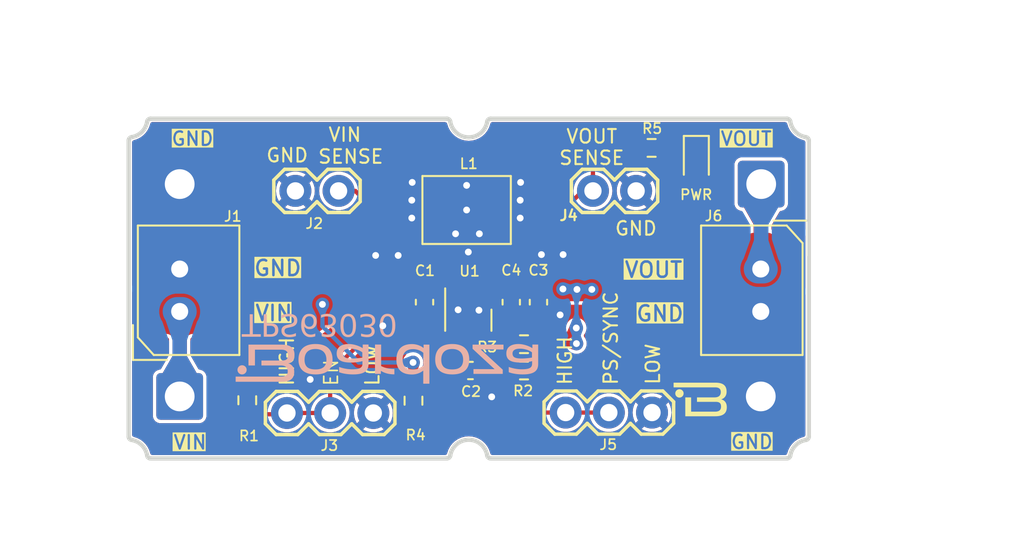
<source format=kicad_pcb>
(kicad_pcb (version 20240108) (generator "pcbnew") (generator_version "8.0")
  (layers (0 "F.Cu" signal) (31 "B.Cu" signal) (34 "B.Paste" user) (35 "F.Paste" user) (36 "B.SilkS" user "B.Silkscreen") (37 "F.SilkS" user "F.Silkscreen") (38 "B.Mask" user) (39 "F.Mask" user) (44 "Edge.Cuts" user))
  (net 0 "")
  (net 1 "V_IN")
  (net 2 "GND")
  (net 3 "Net-(U1-VINA)")
  (net 4 "Net-(U1-L2)")
  (net 5 "Net-(U1-L1)")
  (net 6 "FB")
  (net 7 "EN")
  (net 8 "PS{slash}SYNC")
  (net 9 "Net-(D1-A)")
  (net 10 "Net-(U1-VOUT)")
  (footprint "Connectors:1X03" (layer "F.Cu") (at 171.215 95.925 180)
    (property "Reference" "J3")
    (property "Value" "EN" (hide yes))
  )
  (footprint "LED_SMD:LED_0603_1608Metric" (layer "F.Cu") (at 190.21 81.1 -90)
    (property "Reference" "PWR")
    (property "Value" "LED POWER" (hide yes))
  )
  (footprint "Boardoza_Connector:2317-02S_1x02_P2.50mm_Vertical" (layer "F.Cu") (at 194 87.45 -90)
    (property "Reference" "J6")
    (property "Value" "2317-02" (hide yes))
  )
  (footprint "Connector_Wire:SolderWire-1sqmm_1x01_D1.4mm_OD2.7mm" (layer "F.Cu") (at 194.025 82.45)
    (property "Reference" "H4" (hide yes))
    (property "Value" "VOUT" (hide yes))
  )
  (footprint "Connector_Wire:SolderWire-1sqmm_1x01_D1.4mm_OD2.7mm" (layer "F.Cu") (at 159.825 82.45)
    (property "Reference" "H3" (hide yes))
    (property "Value" "GND" (hide yes))
  )
  (footprint "Resistor_SMD:R_0603_1608Metric" (layer "F.Cu") (at 180.075 91.875)
    (property "Reference" "R3")
    (property "Value" "1M" (hide yes))
  )
  (footprint "Fiducial:Fiducial_0.5mm_Mask1mm" (layer "F.Cu") (at 190.77 97.31)
    (property "Reference" "REF**" (hide yes))
    (property "Value" "Fiducial_0.5mm_Mask1mm" (hide yes))
  )
  (footprint "Connectors:1X02" (layer "F.Cu") (at 166.63 82.85)
    (property "Reference" "J2")
    (property "Value" "CONN_02" (hide yes))
  )
  (footprint "Fiducial:Fiducial_0.5mm_Mask1mm" (layer "F.Cu") (at 163.18 79.88)
    (property "Reference" "REF**" (hide yes))
    (property "Value" "Fiducial_0.5mm_Mask1mm" (hide yes))
  )
  (footprint "Connectors:1X02" (layer "F.Cu") (at 184.13 82.85)
    (property "Reference" "J4")
    (property "Value" "CONN_02" (hide yes))
  )
  (footprint "Resistor_SMD:R_0603_1608Metric" (layer "F.Cu") (at 180.075 93.425 180)
    (property "Reference" "R2")
    (property "Value" "180K" (hide yes))
  )
  (footprint "Resistor_SMD:R_0603_1608Metric" (layer "F.Cu") (at 173.575 95.2 -90)
    (property "Reference" "R4")
    (property "Value" "1M" (hide yes))
  )
  (footprint "Capacitor_SMD:C_0603_1608Metric" (layer "F.Cu") (at 174.225 89.4 -90)
    (property "Reference" "C1")
    (property "Value" "10uF" (hide yes))
  )
  (footprint "others:SMPI04020" (layer "F.Cu") (at 176.7 83.975 180)
    (property "Reference" "L1")
    (property "Value" "SMPI04020-1R5M" (hide yes))
  )
  (footprint "Boardoza_Connector:2317-02S_1x02_P2.50mm_Vertical" (layer "F.Cu") (at 159.825 89.95 90)
    (property "Reference" "J1")
    (property "Value" "2317-02" (hide yes))
  )
  (footprint "Connector_Wire:SolderWire-1sqmm_1x01_D1.4mm_OD2.7mm" (layer "F.Cu") (at 159.825 94.95)
    (property "Reference" "H1" (hide yes))
    (property "Value" "VIN" (hide yes))
  )
  (footprint "Connectors:1X03" (layer "F.Cu") (at 187.605 95.9 180)
    (property "Reference" "J5")
    (property "Value" "PS/SYNC" (hide yes))
  )
  (footprint "Capacitor_SMD:C_0603_1608Metric" (layer "F.Cu") (at 176.925 93.425)
    (property "Reference" "C2")
    (property "Value" "100nF" (hide yes))
  )
  (footprint "Capacitor_SMD:C_0603_1608Metric" (layer "F.Cu") (at 180.925 89.4 -90)
    (property "Reference" "C3")
    (property "Value" "10uF" (hide yes))
  )
  (footprint "Package_SON:WSON-10-1EP_2.5x2.5mm_P0.5mm_EP1.2x2mm" (layer "F.Cu") (at 176.8 89.8375 -90)
    (property "Reference" "U1")
    (property "Value" "TPS63030DSK" (hide yes))
  )
  (footprint "Resistor_SMD:R_0603_1608Metric" (layer "F.Cu") (at 163.8 95.175 -90)
    (property "Reference" "R1")
    (property "Value" "1M" (hide yes))
  )
  (footprint "Resistor_SMD:R_0603_1608Metric" (layer "F.Cu") (at 187.58 80.32)
    (property "Reference" "R5")
    (property "Value" "10K" (hide yes))
  )
  (footprint "Connector_Wire:SolderWire-1sqmm_1x01_D1.4mm_OD2.7mm" (layer "F.Cu") (at 194 94.95)
    (property "Reference" "H2" (hide yes))
    (property "Value" "GND" (hide yes))
  )
  (footprint "Capacitor_SMD:C_0603_1608Metric" (layer "F.Cu") (at 179.325 89.4 -90)
    (property "Reference" "C4")
    (property "Value" "10uF" (hide yes))
  )
  (gr_poly (pts (xy 175.913754 93.652951) (xy 175.973061 93.650276) (xy 176.030476 93.64583) (xy 176.085997 93.639621) (xy 176.139619 93.631659) (xy 176.19134 93.621954) (xy 176.241155 93.610516) (xy 176.289062 93.597352) (xy 176.335055 93.582474) (xy 176.379133 93.56589) (xy 176.42129 93.54761) (xy 176.461524 93.527643) (xy 176.499831 93.505999) (xy 176.536206 93.482688) (xy 176.570648 93.457718) (xy 176.603151 93.431099) (xy 176.633712 93.402841) (xy 176.662328 93.372952) (xy 176.688995 93.341443) (xy 176.71371 93.308323) (xy 176.736468 93.273602) (xy 176.757266 93.237288) (xy 176.776101 93.199391) (xy 176.792968 93.159922) (xy 176.807865 93.118888) (xy 176.820787 93.0763) (xy 176.831732 93.032167) (xy 176.840694 92.986498) (xy 176.847671 92.939303) (xy 176.852659 92.890592) (xy 176.855655 92.840374) (xy 176.856654 92.788657) (xy 176.855655 92.733628) (xy 176.852659 92.680168) (xy 176.847671 92.628289) (xy 176.840694 92.578004) (xy 176.831732 92.529323) (xy 176.820787 92.482258) (xy 176.807865 92.436821) (xy 176.792969 92.393023) (xy 176.776101 92.350876) (xy 176.757266 92.310392) (xy 176.736468 92.271583) (xy 176.71371 92.234459) (xy 176.688996 92.199033) (xy 176.662329 92.165316) (xy 176.633713 92.13332) (xy 176.603151 92.103056) (xy 176.570648 92.074537) (xy 176.536207 92.047773) (xy 176.499831 92.022776) (xy 176.461525 91.999559) (xy 176.421291 91.978132) (xy 176.379133 91.958507) (xy 176.335056 91.940696) (xy 176.289062 91.92471) (xy 176.241156 91.910562) (xy 176.19134 91.898262) (xy 176.13962 91.887823) (xy 176.085997 91.879256) (xy 176.030476 91.872572) (xy 175.973061 91.867784) (xy 175.852561 91.863939) (xy 175.791379 91.864913) (xy 175.732106 91.867827) (xy 175.674744 91.872667) (xy 175.619296 91.879419) (xy 175.565763 91.888068) (xy 175.514148 91.898602) (xy 175.464453 91.911007) (xy 175.416681 91.925268) (xy 175.370832 91.941373) (xy 175.32691 91.959306) (xy 175.284916 91.979055) (xy 175.244854 92.000605) (xy 175.206724 92.023942) (xy 175.17053 92.049054) (xy 175.136273 92.075926) (xy 175.103955 92.104544) (xy 175.07358 92.134894) (xy 175.045148 92.166963) (xy 175.018662 92.200737) (xy 174.994125 92.236202) (xy 174.971538 92.273345) (xy 174.950904 92.31215) (xy 174.932224 92.352605) (xy 174.915502 92.394696) (xy 174.900739 92.43841) (xy 174.887937 92.483731) (xy 174.877099 92.530646) (xy 174.868226 92.579143) (xy 174.861321 92.629206) (xy 174.856387 92.680822) (xy 174.853424 92.733977) (xy 174.852436 92.788657) (xy 175.209625 92.788657) (xy 175.210275 92.751231) (xy 175.212224 92.714859) (xy 175.215465 92.679552) (xy 175.219996 92.645317) (xy 175.225812 92.612163) (xy 175.232908 92.5801) (xy 175.24128 92.549135) (xy 175.250924 92.519278) (xy 175.261836 92.490537) (xy 175.27401 92.462921) (xy 175.287443 92.436439) (xy 175.30213 92.411099) (xy 175.318068 92.38691) (xy 175.33525 92.36388) (xy 175.353674 92.34202) (xy 175.373335 92.321337) (xy 175.394228 92.301839) (xy 175.41635 92.283537) (xy 175.439695 92.266437) (xy 175.46426 92.25055) (xy 175.490039 92.235884) (xy 175.517029 92.222447) (xy 175.545226 92.210249) (xy 175.574625 92.199298) (xy 175.605221 92.189602) (xy 175.63701 92.181171) (xy 175.669989 92.174013) (xy 175.704152 92.168137) (xy 175.739495 92.163551) (xy 175.776013 92.160265) (xy 175.813704 92.158287) (xy 175.852561 92.157626) (xy 175.891418 92.158332) (xy 175.929109 92.16044) (xy 175.965628 92.163931) (xy 176.000971 92.168788) (xy 176.035134 92.174994) (xy 176.068112 92.182531) (xy 176.099901 92.191382) (xy 176.130498 92.20153) (xy 176.159896 92.212957) (xy 176.188093 92.225645) (xy 176.215083 92.239577) (xy 176.240863 92.254736) (xy 176.265428 92.271104) (xy 176.288773 92.288664) (xy 176.310894 92.307398) (xy 176.331788 92.327289) (xy 176.351449 92.34832) (xy 176.369873 92.370473) (xy 176.387056 92.39373) (xy 176.402993 92.418075) (xy 176.41768 92.443489) (xy 176.431113 92.469955) (xy 176.443288 92.497456) (xy 176.454199 92.525975) (xy 176.463843 92.555494) (xy 176.472215 92.585995) (xy 176.479312 92.617461) (xy 176.485127 92.649875) (xy 176.489658 92.683219) (xy 176.4929 92.717475) (xy 176.494848 92.752627) (xy 176.495499 92.788657) (xy 176.494871 92.824516) (xy 176.492987 92.85917) (xy 176.489848 92.892624) (xy 176.485453 92.924882) (xy 176.479802 92.955947) (xy 176.472895 92.985825) (xy 176.464733 93.014521) (xy 176.455315 93.042037) (xy 176.444641 93.068379) (xy 176.432712 93.093551) (xy 176.419526 93.117558) (xy 176.405085 93.140403) (xy 176.389389 93.162091) (xy 176.372436 93.182627) (xy 176.354228 93.202015) (xy 176.334764 93.220259) (xy 176.314044 93.237363) (xy 176.292069 93.253332) (xy 176.268838 93.268171) (xy 176.244351 93.281883) (xy 176.218608 93.294473) (xy 176.19161 93.305945) (xy 176.163356 93.316304) (xy 176.133846 93.325554) (xy 176.10308 93.3337) (xy 176.071059 93.340745) (xy 176.003249 93.351553) (xy 175.930417 93.358011) (xy 175.852561 93.360157) (xy 175.774706 93.358186) (xy 175.701873 93.352204) (xy 175.66734 93.347676) (xy 175.634063 93.342105) (xy 175.602042 93.33548) (xy 175.571277 93.327787) (xy 175.541767 93.319012) (xy 175.513513 93.309142) (xy 175.486514 93.298166) (xy 175.460772 93.286068) (xy 175.436285 93.272837) (xy 175.413054 93.258459) (xy 175.391079 93.242922) (xy 175.370359 93.226211) (xy 175.350895 93.208315) (xy 175.332687 93.18922) (xy 175.315734 93.168912) (xy 175.300038 93.147379) (xy 175.285597 93.124608) (xy 175.272412 93.100586) (xy 175.260482 93.075299) (xy 175.249808 93.048734) (xy 175.24039 93.020879) (xy 175.232228 92.99172) (xy 175.225322 92.961245) (xy 175.219671 92.929439) (xy 175.215276 92.896291) (xy 175.212136 92.861786) (xy 175.210253 92.825913) (xy 175.209625 92.788657) (xy 174.852436 92.788657) (xy 174.853435 92.840024) (xy 174.85643 92.889938) (xy 174.861416 92.938386) (xy 174.868389 92.985358) (xy 174.877344 93.030842) (xy 174.888277 93.074826) (xy 174.901184 93.117298) (xy 174.91606 93.158247) (xy 174.932902 93.197661) (xy 174.951703 93.235529) (xy 174.972462 93.271839) (xy 174.995172 93.306579) (xy 175.019829 93.339738) (xy 175.04643 93.371303) (xy 175.07497 93.401265) (xy 175.105444 93.42961) (xy 175.137848 93.456327) (xy 175.172178 93.481405) (xy 175.20843 93.504832) (xy 175.246598 93.526596) (xy 175.286679 93.546686) (xy 175.328669 93.56509) (xy 175.372562 93.581796) (xy 175.418355 93.596793) (xy 175.466043 93.61007) (xy 175.515623 93.621614) (xy 175.567088 93.631413) (xy 175.620436 93.639458) (xy 175.73276 93.650232) (xy 175.852561 93.653844) (xy 175.852561 93.653845)) (fill solid) (layer "B.SilkS"))
  (gr_poly (pts (xy 163.507763 93.653494) (xy 163.521469 93.652452) (xy 163.534975 93.650735) (xy 163.548265 93.648362) (xy 163.561321 93.645349) (xy 163.574128 93.641712) (xy 163.586668 93.637469) (xy 163.598923 93.632637) (xy 163.610878 93.627232) (xy 163.622514 93.621272) (xy 163.633816 93.614774) (xy 163.644765 93.607754) (xy 163.655346 93.60023) (xy 163.665541 93.592219) (xy 163.675334 93.583736) (xy 163.684706 93.5748) (xy 163.693642 93.565428) (xy 163.702124 93.555635) (xy 163.710136 93.54544) (xy 163.71766 93.534859) (xy 163.72468 93.52391) (xy 163.731178 93.512608) (xy 163.737138 93.500972) (xy 163.742543 93.489017) (xy 163.747375 93.476762) (xy 163.751618 93.464222) (xy 163.755254 93.451416) (xy 163.758268 93.438359) (xy 163.760641 93.425069) (xy 163.762357 93.411563) (xy 163.7634 93.397857) (xy 163.763751 93.38397) (xy 163.7634 93.370082) (xy 163.762357 93.356377) (xy 163.760641 93.342871) (xy 163.758268 93.329581) (xy 163.755254 93.316524) (xy 163.751618 93.303717) (xy 163.747375 93.291178) (xy 163.742543 93.278923) (xy 163.737138 93.266968) (xy 163.731178 93.255332) (xy 163.72468 93.24403) (xy 163.71766 93.23308) (xy 163.710136 93.2225) (xy 163.702124 93.212305) (xy 163.693642 93.202512) (xy 163.684706 93.19314) (xy 163.675334 93.184204) (xy 163.665541 93.175721) (xy 163.655346 93.16771) (xy 163.644765 93.160186) (xy 163.633816 93.153166) (xy 163.622514 93.146668) (xy 163.610878 93.140708) (xy 163.598923 93.135303) (xy 163.586668 93.130471) (xy 163.574128 93.126228) (xy 163.561321 93.122592) (xy 163.548265 93.119578) (xy 163.534975 93.117205) (xy 163.521469 93.115488) (xy 163.507763 93.114446) (xy 163.493875 93.114095) (xy 163.479988 93.114446) (xy 163.466282 93.115488) (xy 163.452776 93.117205) (xy 163.439486 93.119578) (xy 163.426429 93.122592) (xy 163.413623 93.126228) (xy 163.401083 93.130471) (xy 163.388828 93.135303) (xy 163.376873 93.140708) (xy 163.365237 93.146668) (xy 163.353935 93.153166) (xy 163.342986 93.160186) (xy 163.332405 93.16771) (xy 163.32221 93.175721) (xy 163.312418 93.184204) (xy 163.303045 93.19314) (xy 163.294109 93.202512) (xy 163.285627 93.212305) (xy 163.277615 93.2225) (xy 163.270091 93.23308) (xy 163.263071 93.24403) (xy 163.256573 93.255332) (xy 163.250613 93.266968) (xy 163.245209 93.278923) (xy 163.240376 93.291178) (xy 163.236133 93.303717) (xy 163.232497 93.316524) (xy 163.229483 93.329581) (xy 163.22711 93.342871) (xy 163.225394 93.356377) (xy 163.224352 93.370082) (xy 163.224 93.38397) (xy 163.224352 93.397857) (xy 163.225394 93.411563) (xy 163.22711 93.425069) (xy 163.229483 93.438359) (xy 163.232497 93.451416) (xy 163.236133 93.464222) (xy 163.240376 93.476762) (xy 163.245209 93.489017) (xy 163.250613 93.500972) (xy 163.256573 93.512608) (xy 163.263071 93.52391) (xy 163.270091 93.534859) (xy 163.277615 93.54544) (xy 163.285627 93.555635) (xy 163.294109 93.565428) (xy 163.303045 93.5748) (xy 163.312418 93.583736) (xy 163.32221 93.592219) (xy 163.332405 93.60023) (xy 163.342986 93.607754) (xy 163.353935 93.614774) (xy 163.365237 93.621272) (xy 163.376873 93.627232) (xy 163.388828 93.632637) (xy 163.401083 93.637469) (xy 163.413623 93.641712) (xy 163.426429 93.645349) (xy 163.439486 93.648362) (xy 163.452776 93.650735) (xy 163.466282 93.652452) (xy 163.479988 93.653494) (xy 163.493875 93.653845)) (fill solid) (layer "B.SilkS"))
  (gr_poly (pts (xy 167.873068 93.652951) (xy 167.932374 93.650276) (xy 167.98979 93.64583) (xy 168.04531 93.639621) (xy 168.098933 93.631659) (xy 168.150654 93.621954) (xy 168.200469 93.610516) (xy 168.248376 93.597352) (xy 168.294369 93.582474) (xy 168.338447 93.56589) (xy 168.380604 93.54761) (xy 168.420838 93.527643) (xy 168.459145 93.505999) (xy 168.495521 93.482688) (xy 168.529962 93.457718) (xy 168.562465 93.431099) (xy 168.593027 93.402841) (xy 168.621643 93.372952) (xy 168.64831 93.341443) (xy 168.673024 93.308323) (xy 168.695782 93.273602) (xy 168.716581 93.237288) (xy 168.735415 93.199391) (xy 168.752283 93.159922) (xy 168.76718 93.118888) (xy 168.780102 93.0763) (xy 168.791046 93.032167) (xy 168.800009 92.986498) (xy 168.806986 92.939303) (xy 168.811974 92.890592) (xy 168.81497 92.840374) (xy 168.815969 92.788657) (xy 168.81497 92.733628) (xy 168.811974 92.680168) (xy 168.806986 92.628289) (xy 168.800009 92.578004) (xy 168.791046 92.529323) (xy 168.780102 92.482258) (xy 168.76718 92.436821) (xy 168.752283 92.393023) (xy 168.735415 92.350876) (xy 168.716581 92.310392) (xy 168.695782 92.271583) (xy 168.673024 92.234459) (xy 168.64831 92.199033) (xy 168.621643 92.165316) (xy 168.593027 92.13332) (xy 168.562465 92.103056) (xy 168.529962 92.074537) (xy 168.495521 92.047773) (xy 168.459145 92.022776) (xy 168.420838 91.999559) (xy 168.380604 91.978132) (xy 168.338447 91.958507) (xy 168.294369 91.940696) (xy 168.248376 91.92471) (xy 168.200469 91.910562) (xy 168.150654 91.898262) (xy 168.098933 91.887823) (xy 168.04531 91.879256) (xy 167.98979 91.872572) (xy 167.932374 91.867784) (xy 167.811875 91.863939) (xy 167.750693 91.864913) (xy 167.69142 91.867827) (xy 167.634058 91.872667) (xy 167.57861 91.879419) (xy 167.525078 91.888068) (xy 167.473463 91.898602) (xy 167.423768 91.911007) (xy 167.375995 91.925268) (xy 167.330146 91.941373) (xy 167.286224 91.959306) (xy 167.244231 91.979055) (xy 167.204168 92.000605) (xy 167.166038 92.023942) (xy 167.129844 92.049054) (xy 167.095587 92.075926) (xy 167.06327 92.104544) (xy 167.032894 92.134894) (xy 167.004462 92.166963) (xy 166.977977 92.200737) (xy 166.953439 92.236202) (xy 166.930852 92.273345) (xy 166.910218 92.31215) (xy 166.891538 92.352605) (xy 166.874816 92.394696) (xy 166.860053 92.43841) (xy 166.847251 92.483731) (xy 166.836412 92.530646) (xy 166.82754 92.579143) (xy 166.820635 92.629206) (xy 166.8157 92.680822) (xy 166.812738 92.733977) (xy 166.81175 92.788657) (xy 167.168937 92.788657) (xy 167.169588 92.751231) (xy 167.171536 92.714859) (xy 167.174778 92.679552) (xy 167.179309 92.645317) (xy 167.185125 92.612163) (xy 167.192221 92.5801) (xy 167.200593 92.549135) (xy 167.210237 92.519278) (xy 167.221149 92.490537) (xy 167.233323 92.462921) (xy 167.246756 92.436439) (xy 167.261443 92.411099) (xy 167.277381 92.38691) (xy 167.294564 92.36388) (xy 167.312988 92.34202) (xy 167.332649 92.321337) (xy 167.353542 92.301839) (xy 167.375663 92.283537) (xy 167.399009 92.266437) (xy 167.423573 92.25055) (xy 167.449353 92.235884) (xy 167.476343 92.222447) (xy 167.50454 92.210249) (xy 167.533939 92.199298) (xy 167.564535 92.189602) (xy 167.596324 92.181171) (xy 167.629303 92.174013) (xy 167.663466 92.168137) (xy 167.698809 92.163551) (xy 167.735327 92.160265) (xy 167.773018 92.158287) (xy 167.811875 92.157626) (xy 167.850732 92.158332) (xy 167.888423 92.16044) (xy 167.924942 92.163931) (xy 167.960285 92.168788) (xy 167.994448 92.174994) (xy 168.027426 92.182531) (xy 168.059216 92.191382) (xy 168.089812 92.20153) (xy 168.119211 92.212957) (xy 168.147407 92.225645) (xy 168.174398 92.239577) (xy 168.200178 92.254736) (xy 168.224742 92.271104) (xy 168.248087 92.288664) (xy 168.270209 92.307398) (xy 168.291102 92.327289) (xy 168.310763 92.34832) (xy 168.329187 92.370473) (xy 168.34637 92.39373) (xy 168.362307 92.418075) (xy 168.376995 92.443489) (xy 168.390428 92.469955) (xy 168.402602 92.497456) (xy 168.413514 92.525975) (xy 168.423158 92.555494) (xy 168.43153 92.585995) (xy 168.438626 92.617461) (xy 168.444442 92.649875) (xy 168.448973 92.683219) (xy 168.452215 92.717475) (xy 168.454163 92.752627) (xy 168.454813 92.788657) (xy 168.454185 92.824516) (xy 168.452302 92.85917) (xy 168.449163 92.892624) (xy 168.444767 92.924882) (xy 168.439117 92.955947) (xy 168.43221 92.985825) (xy 168.424048 93.014521) (xy 168.41463 93.042037) (xy 168.403956 93.068379) (xy 168.392026 93.093551) (xy 168.378841 93.117558) (xy 168.3644 93.140403) (xy 168.348703 93.162091) (xy 168.331751 93.182627) (xy 168.313542 93.202015) (xy 168.294078 93.220259) (xy 168.273359 93.237363) (xy 168.251383 93.253332) (xy 168.228152 93.268171) (xy 168.203665 93.281883) (xy 168.177923 93.294473) (xy 168.150924 93.305945) (xy 168.12267 93.316304) (xy 168.09316 93.325554) (xy 168.062395 93.3337) (xy 168.030373 93.340745) (xy 167.962563 93.351553) (xy 167.889731 93.358011) (xy 167.811875 93.360157) (xy 167.734019 93.358186) (xy 167.661187 93.352204) (xy 167.626654 93.347676) (xy 167.593377 93.342105) (xy 167.561355 93.33548) (xy 167.53059 93.327787) (xy 167.50108 93.319012) (xy 167.472826 93.309142) (xy 167.445828 93.298166) (xy 167.420085 93.286068) (xy 167.395598 93.272837) (xy 167.372367 93.258459) (xy 167.350391 93.242922) (xy 167.329672 93.226211) (xy 167.310208 93.208315) (xy 167.292 93.18922) (xy 167.275047 93.168912) (xy 167.25935 93.147379) (xy 167.244909 93.124608) (xy 167.231724 93.100586) (xy 167.219795 93.075299) (xy 167.209121 93.048734) (xy 167.199703 93.020879) (xy 167.191541 92.99172) (xy 167.184634 92.961245) (xy 167.178983 92.929439) (xy 167.174588 92.896291) (xy 167.171449 92.861786) (xy 167.169565 92.825913) (xy 167.168937 92.788657) (xy 166.81175 92.788657) (xy 166.812749 92.840024) (xy 166.815744 92.889938) (xy 166.82073 92.938386) (xy 166.827703 92.985358) (xy 166.836658 93.030842) (xy 166.847591 93.074826) (xy 166.860498 93.117298) (xy 166.875374 93.158247) (xy 166.892215 93.197661) (xy 166.911017 93.235529) (xy 166.931776 93.271839) (xy 166.954486 93.306579) (xy 166.979143 93.339738) (xy 167.005744 93.371303) (xy 167.034284 93.401265) (xy 167.064758 93.42961) (xy 167.097162 93.456327) (xy 167.131492 93.481405) (xy 167.167744 93.504832) (xy 167.205912 93.526596) (xy 167.245993 93.546686) (xy 167.287983 93.56509) (xy 167.331876 93.581796) (xy 167.377669 93.596793) (xy 167.425357 93.61007) (xy 167.474936 93.621614) (xy 167.526402 93.631413) (xy 167.57975 93.639458) (xy 167.692074 93.650232) (xy 167.811875 93.653844) (xy 167.811875 93.653845)) (fill solid) (layer "B.SilkS"))
  (gr_poly (pts (xy 172.451343 93.332375) (xy 172.381695 93.331418) (xy 172.31553 93.328624) (xy 172.252701 93.324108) (xy 172.193065 93.317989) (xy 172.136474 93.310381) (xy 172.082785 93.301401) (xy 172.031851 93.291165) (xy 171.983527 93.27979) (xy 171.937669 93.267391) (xy 171.89413 93.254086) (xy 171.852765 93.23999) (xy 171.813429 93.225219) (xy 171.775977 93.209891) (xy 171.740263 93.194121) (xy 171.706142 93.178025) (xy 171.673468 93.16172) (xy 171.673468 91.895688) (xy 171.312312 91.895688) (xy 171.312312 93.622094) (xy 171.653625 93.622094) (xy 171.657593 93.618126) (xy 171.657593 93.4435) (xy 171.694587 93.465439) (xy 171.732721 93.486552) (xy 171.77211 93.506758) (xy 171.812871 93.525976) (xy 171.85512 93.544124) (xy 171.898974 93.561121) (xy 171.944549 93.576886) (xy 171.99196 93.591336) (xy 172.041326 93.604392) (xy 172.09276 93.615971) (xy 172.146381 93.625991) (xy 172.202304 93.634372) (xy 172.260645 93.641033) (xy 172.321521 93.645891) (xy 172.385048 93.648866) (xy 172.451343 93.649875)) (fill solid) (layer "B.SilkS"))
  (gr_poly (pts (xy 178.825155 93.376032) (xy 177.527374 92.181438) (xy 178.868812 92.185408) (xy 178.868812 91.899657) (xy 177.051124 91.899657) (xy 177.051124 92.14572) (xy 178.344937 93.344282) (xy 177.102718 93.340313) (xy 177.102718 93.622094) (xy 178.825155 93.622094)) (fill solid) (layer "B.SilkS"))
  (gr_poly (pts (xy 170.0185 93.653843) (xy 170.135359 93.651557) (xy 170.190492 93.648692) (xy 170.243456 93.644673) (xy 170.294271 93.639493) (xy 170.34296 93.633149) (xy 170.389543 93.625635) (xy 170.434041 93.616946) (xy 170.476475 93.607076) (xy 170.516866 93.596022) (xy 170.555236 93.583777) (xy 170.591605 93.570336) (xy 170.625994 93.555695) (xy 170.658425 93.539849) (xy 170.688919 93.522791) (xy 170.717496 93.504518) (xy 170.744178 93.485024) (xy 170.768986 93.464305) (xy 170.791941 93.442354) (xy 170.813064 93.419167) (xy 170.832376 93.394739) (xy 170.849898 93.369064) (xy 170.865651 93.342138) (xy 170.879657 93.313956) (xy 170.891936 93.284512) (xy 170.902509 93.253802) (xy 170.911398 93.22182) (xy 170.918624 93.18856) (xy 170.924207 93.15402) (xy 170.928168 93.118192) (xy 170.93053 93.081072) (xy 170.931313 93.042655) (xy 170.931313 91.895686) (xy 170.59 91.895686) (xy 170.59 92.11) (xy 170.55675 92.08827) (xy 170.51971 92.066382) (xy 170.479181 92.044553) (xy 170.435467 92.022998) (xy 170.388869 92.00193) (xy 170.33969 91.981566) (xy 170.288232 91.962121) (xy 170.234797 91.943809) (xy 170.179688 91.926846) (xy 170.123207 91.911446) (xy 170.065657 91.897826) (xy 170.007338 91.8862) (xy 169.948555 91.876783) (xy 169.889609 91.86979) (xy 169.830803 91.865436) (xy 169.772438 91.863938) (xy 169.707515 91.865382) (xy 169.642609 91.869914) (xy 169.578296 91.877829) (xy 169.515152 91.889424) (xy 169.484197 91.896694) (xy 169.453751 91.904996) (xy 169.423885 91.914366) (xy 169.39467 91.924841) (xy 169.36618 91.936458) (xy 169.338485 91.949255) (xy 169.311658 91.963268) (xy 169.28577 91.978535) (xy 169.260894 91.995092) (xy 169.237102 92.012978) (xy 169.214464 92.032227) (xy 169.193055 92.052879) (xy 169.172944 92.07497) (xy 169.154205 92.098536) (xy 169.13691 92.123616) (xy 169.121129 92.150246) (xy 169.106935 92.178462) (xy 169.094401 92.208303) (xy 169.083597 92.239805) (xy 169.074597 92.273006) (xy 169.067471 92.307942) (xy 169.062292 92.34465) (xy 169.059132 92.383168) (xy 169.058168 92.419562) (xy 169.423187 92.419562) (xy 169.42364 92.402343) (xy 169.424997 92.385659) (xy 169.427255 92.369511) (xy 169.430412 92.3539) (xy 169.434463 92.338827) (xy 169.439407 92.324293) (xy 169.445241 92.310297) (xy 169.451961 92.296842) (xy 169.459565 92.283927) (xy 169.468049 92.271554) (xy 169.477411 92.259722) (xy 169.487649 92.248434) (xy 169.498758 92.237689) (xy 169.510736 92.227489) (xy 169.523581 92.217833) (xy 169.537289 92.208723) (xy 169.567283 92.192144) (xy 169.600696 92.177756) (xy 169.637504 92.165566) (xy 169.677683 92.155579) (xy 169.721212 92.147802) (xy 169.768065 92.142239) (xy 169.818221 92.138897) (xy 169.871656 92.137782) (xy 169.917607 92.138794) (xy 169.964495 92.141789) (xy 170.012045 92.146703) (xy 170.059985 92.153471) (xy 170.108042 92.162029) (xy 170.155941 92.172315) (xy 170.20341 92.184263) (xy 170.250175 92.197809) (xy 170.295964 92.212891) (xy 170.340503 92.229443) (xy 170.383519 92.247402) (xy 170.424738 92.266704) (xy 170.463888 92.287286) (xy 170.500695 92.309082) (xy 170.534885 92.332029) (xy 170.566187 92.356064) (xy 170.566187 92.661657) (xy 170.50395 92.67202) (xy 170.436645 92.682059) (xy 170.364781 92.691446) (xy 170.288871 92.699856) (xy 170.209426 92.706964) (xy 170.126958 92.712444) (xy 170.041979 92.715971) (xy 169.955 92.717219) (xy 169.888203 92.716405) (xy 169.826178 92.71387) (xy 169.768863 92.709475) (xy 169.741951 92.706537) (xy 169.716193 92.70308) (xy 169.69158 92.699089) (xy 169.668104 92.694546) (xy 169.645757 92.689433) (xy 169.624532 92.683733) (xy 169.60442 92.677428) (xy 169.585413 92.670501) (xy 169.567503 92.662935) (xy 169.550683 92.654711) (xy 169.534945 92.645813) (xy 169.520279 92.636224) (xy 169.506679 92.625925) (xy 169.494136 92.6149) (xy 169.482643 92.60313) (xy 169.472191 92.590599) (xy 169.462772 92.577289) (xy 169.454379 92.563182) (xy 169.447003 92.548261) (xy 169.440637 92.532509) (xy 169.435272 92.515908) (xy 169.4309 92.498442) (xy 169.427514 92.480091) (xy 169.425105 92.460839) (xy 169.423665 92.440669) (xy 169.423187 92.419562) (xy 169.058168 92.419562) (xy 169.058063 92.423532) (xy 169.059148 92.463817) (xy 169.06237 92.502102) (xy 169.06768 92.538435) (xy 169.075031 92.572864) (xy 169.084373 92.605435) (xy 169.095657 92.636196) (xy 169.108834 92.665194) (xy 169.123857 92.692477) (xy 169.140677 92.718091) (xy 169.159244 92.742083) (xy 169.17951 92.764502) (xy 169.201426 92.785394) (xy 169.224944 92.804806) (xy 169.250016 92.822786) (xy 169.276591 92.83938) (xy 169.304622 92.854637) (xy 169.364856 92.881326) (xy 169.430327 92.903231) (xy 169.500648 92.920729) (xy 169.575427 92.934198) (xy 169.654276 92.944016) (xy 169.736805 92.950561) (xy 169.822624 92.954211) (xy 169.911344 92.955344) (xy 170.004447 92.953716) (xy 170.095829 92.949019) (xy 170.184886 92.941531) (xy 170.271012 92.931532) (xy 170.353604 92.9193) (xy 170.432056 92.905115) (xy 170.505765 92.889256) (xy 170.574125 92.872001) (xy 170.574125 93.026782) (xy 170.572277 93.067716) (xy 170.566591 93.105715) (xy 170.556859 93.140818) (xy 170.55041 93.157297) (xy 170.542871 93.173067) (xy 170.534216 93.188134) (xy 170.524419 93.202503) (xy 170.513453 93.216178) (xy 170.501293 93.229165) (xy 170.487911 93.241469) (xy 170.473283 93.253095) (xy 170.457381 93.264048) (xy 170.44018 93.274333) (xy 170.401775 93.29292) (xy 170.357859 93.308897) (xy 170.308223 93.322304) (xy 170.252656 93.333182) (xy 170.190951 93.341572) (xy 170.122897 93.347514) (xy 170.048285 93.35105) (xy 169.966906 93.352219) (xy 169.914833 93.351532) (xy 169.862858 93.349506) (xy 169.811081 93.346202) (xy 169.759601 93.341677) (xy 169.708516 93.33599) (xy 169.657925 93.329198) (xy 169.607927 93.321359) (xy 169.558621 93.312532) (xy 169.510106 93.302775) (xy 169.46248 93.292145) (xy 169.415842 93.280702) (xy 169.370292 93.268503) (xy 169.325927 93.255607) (xy 169.282847 93.242071) (xy 169.241151 93.227953) (xy 169.200937 93.213313) (xy 169.200937 93.522876) (xy 169.236716 93.536773) (xy 169.27546 93.550153) (xy 169.316971 93.562963) (xy 169.361052 93.575152) (xy 169.456131 93.597452) (xy 169.559117 93.616637) (xy 169.668429 93.632287) (xy 169.782484 93.643984) (xy 169.899701 93.65131) (xy 170.0185 93.653844)) (fill solid) (layer "B.SilkS"))
  (gr_poly (pts (xy 179.995937 93.653843) (xy 180.112796 93.651557) (xy 180.167929 93.648692) (xy 180.220893 93.644673) (xy 180.271708 93.639493) (xy 180.320397 93.633149) (xy 180.36698 93.625635) (xy 180.411478 93.616946) (xy 180.453912 93.607076) (xy 180.494303 93.596022) (xy 180.532673 93.583777) (xy 180.569042 93.570336) (xy 180.603431 93.555695) (xy 180.635862 93.539849) (xy 180.666356 93.522791) (xy 180.694933 93.504518) (xy 180.721615 93.485024) (xy 180.746423 93.464305) (xy 180.769378 93.442354) (xy 180.790501 93.419167) (xy 180.809813 93.394739) (xy 180.827335 93.369064) (xy 180.843088 93.342138) (xy 180.857094 93.313956) (xy 180.869373 93.284512) (xy 180.879946 93.253802) (xy 180.888835 93.22182) (xy 180.896061 93.18856) (xy 180.901644 93.15402) (xy 180.905606 93.118192) (xy 180.907967 93.081072) (xy 180.90875 93.042655) (xy 180.90875 91.895686) (xy 180.567437 91.895686) (xy 180.567437 92.11) (xy 180.534187 92.08827) (xy 180.497146 92.066382) (xy 180.456617 92.044553) (xy 180.412903 92.022998) (xy 180.366305 92.00193) (xy 180.317126 91.981566) (xy 180.265668 91.962121) (xy 180.212233 91.943809) (xy 180.157124 91.926846) (xy 180.100643 91.911446) (xy 180.043092 91.897826) (xy 179.984774 91.8862) (xy 179.925991 91.876783) (xy 179.867045 91.86979) (xy 179.808238 91.865436) (xy 179.749874 91.863938) (xy 179.68495 91.865382) (xy 179.620045 91.869914) (xy 179.555732 91.877829) (xy 179.492587 91.889424) (xy 179.461633 91.896694) (xy 179.431187 91.904996) (xy 179.401321 91.914366) (xy 179.372106 91.924841) (xy 179.343616 91.936458) (xy 179.315921 91.949255) (xy 179.289094 91.963268) (xy 179.263206 91.978535) (xy 179.23833 91.995092) (xy 179.214538 92.012978) (xy 179.191901 92.032227) (xy 179.170491 92.052879) (xy 179.150381 92.07497) (xy 179.131642 92.098536) (xy 179.114346 92.123616) (xy 179.098565 92.150246) (xy 179.084372 92.178462) (xy 179.071837 92.208303) (xy 179.061034 92.239805) (xy 179.052033 92.273006) (xy 179.044907 92.307942) (xy 179.039729 92.34465) (xy 179.036569 92.383168) (xy 179.035604 92.419562) (xy 179.400624 92.419562) (xy 179.401077 92.402343) (xy 179.402434 92.385659) (xy 179.404692 92.369511) (xy 179.407849 92.3539) (xy 179.4119 92.338827) (xy 179.416844 92.324293) (xy 179.422678 92.310297) (xy 179.429398 92.296842) (xy 179.437002 92.283927) (xy 179.445486 92.271554) (xy 179.454848 92.259722) (xy 179.465086 92.248434) (xy 179.476195 92.237689) (xy 179.488173 92.227489) (xy 179.501018 92.217833) (xy 179.514726 92.208723) (xy 179.54472 92.192144) (xy 179.578133 92.177756) (xy 179.614941 92.165566) (xy 179.655121 92.155579) (xy 179.698649 92.147802) (xy 179.745503 92.142239) (xy 179.795659 92.138897) (xy 179.849094 92.137782) (xy 179.895046 92.138794) (xy 179.941933 92.141789) (xy 179.989484 92.146703) (xy 180.037424 92.153471) (xy 180.08548 92.162029) (xy 180.133379 92.172315) (xy 180.180848 92.184263) (xy 180.227614 92.197809) (xy 180.273402 92.212891) (xy 180.317941 92.229443) (xy 180.360957 92.247402) (xy 180.402177 92.266704) (xy 180.441327 92.287286) (xy 180.478134 92.309082) (xy 180.512324 92.332029) (xy 180.543626 92.356064) (xy 180.543626 92.661657) (xy 180.481389 92.67202) (xy 180.414083 92.682059) (xy 180.342219 92.691446) (xy 180.266308 92.699856) (xy 180.186864 92.706964) (xy 180.104396 92.712444) (xy 180.019416 92.715971) (xy 179.932437 92.717219) (xy 179.86564 92.716405) (xy 179.803616 92.71387) (xy 179.7463 92.709475) (xy 179.719389 92.706537) (xy 179.69363 92.70308) (xy 179.669017 92.699089) (xy 179.645541 92.694546) (xy 179.623194 92.689433) (xy 179.601969 92.683733) (xy 179.581857 92.677428) (xy 179.56285 92.670501) (xy 179.544941 92.662935) (xy 179.528121 92.654711) (xy 179.512382 92.645813) (xy 179.497717 92.636224) (xy 179.484116 92.625925) (xy 179.471574 92.6149) (xy 179.46008 92.60313) (xy 179.449628 92.590599) (xy 179.44021 92.577289) (xy 179.431816 92.563182) (xy 179.42444 92.548261) (xy 179.418074 92.532509) (xy 179.412709 92.515908) (xy 179.408337 92.498442) (xy 179.404951 92.480091) (xy 179.402542 92.460839) (xy 179.401102 92.440669) (xy 179.400624 92.419562) (xy 179.035604 92.419562) (xy 179.035499 92.423532) (xy 179.036584 92.463817) (xy 179.039806 92.502102) (xy 179.045117 92.538435) (xy 179.052467 92.572864) (xy 179.061809 92.605435) (xy 179.073093 92.636196) (xy 179.086271 92.665194) (xy 179.101294 92.692477) (xy 179.118113 92.718091) (xy 179.13668 92.742083) (xy 179.156946 92.764502) (xy 179.178863 92.785394) (xy 179.202381 92.804806) (xy 179.227452 92.822786) (xy 179.254027 92.83938) (xy 179.282058 92.854637) (xy 179.342292 92.881326) (xy 179.407764 92.903231) (xy 179.478084 92.920729) (xy 179.552863 92.934198) (xy 179.631712 92.944016) (xy 179.714241 92.950561) (xy 179.80006 92.954211) (xy 179.888781 92.955344) (xy 179.981883 92.953716) (xy 180.073265 92.949019) (xy 180.162322 92.941531) (xy 180.248448 92.931532) (xy 180.33104 92.9193) (xy 180.409493 92.905115) (xy 180.483201 92.889256) (xy 180.551561 92.872001) (xy 180.551561 93.026782) (xy 180.549712 93.067716) (xy 180.544027 93.105715) (xy 180.534295 93.140818) (xy 180.527846 93.157297) (xy 180.520307 93.173067) (xy 180.511652 93.188134) (xy 180.501855 93.202503) (xy 180.490889 93.216178) (xy 180.478729 93.229165) (xy 180.465347 93.241469) (xy 180.450719 93.253095) (xy 180.434817 93.264048) (xy 180.417616 93.274333) (xy 180.379212 93.29292) (xy 180.335296 93.308897) (xy 180.28566 93.322304) (xy 180.230093 93.333182) (xy 180.168388 93.341572) (xy 180.100334 93.347514) (xy 180.025722 93.35105) (xy 179.944343 93.352219) (xy 179.89227 93.351532) (xy 179.840295 93.349506) (xy 179.788518 93.346202) (xy 179.737038 93.341677) (xy 179.685953 93.33599) (xy 179.635362 93.329198) (xy 179.585364 93.321359) (xy 179.536058 93.312532) (xy 179.487543 93.302775) (xy 179.439917 93.292145) (xy 179.393279 93.280702) (xy 179.347728 93.268503) (xy 179.303364 93.255607) (xy 179.260284 93.242071) (xy 179.218588 93.227953) (xy 179.178374 93.213313) (xy 179.178374 93.522876) (xy 179.214153 93.536773) (xy 179.252897 93.550153) (xy 179.294408 93.562963) (xy 179.338489 93.575152) (xy 179.433569 93.597452) (xy 179.536555 93.616637) (xy 179.645866 93.632287) (xy 179.759921 93.643984) (xy 179.877139 93.65131) (xy 179.995937 93.653844)) (fill solid) (layer "B.SilkS"))
  (gr_poly (pts (xy 174.511125 91.899657) (xy 174.169813 91.899657) (xy 174.169813 92.102063) (xy 174.139037 92.077851) (xy 174.10629 92.054399) (xy 174.071648 92.03182) (xy 174.035186 92.010224) (xy 173.99698 91.98972) (xy 173.957105 91.97042) (xy 173.915638 91.952434) (xy 173.872653 91.935872) (xy 173.828226 91.920845) (xy 173.782434 91.907463) (xy 173.73535 91.895837) (xy 173.687052 91.886077) (xy 173.637614 91.878293) (xy 173.587112 91.872597) (xy 173.535622 91.869098) (xy 173.483219 91.867907) (xy 173.428224 91.868837) (xy 173.374863 91.871621) (xy 173.323145 91.876256) (xy 173.273077 91.882736) (xy 173.224665 91.891056) (xy 173.177918 91.90121) (xy 173.132842 91.913195) (xy 173.089445 91.927004) (xy 173.047733 91.942633) (xy 173.007715 91.960077) (xy 172.969397 91.97933) (xy 172.932788 92.000387) (xy 172.897893 92.023244) (xy 172.86472 92.047895) (xy 172.833277 92.074335) (xy 172.803571 92.102559) (xy 172.775609 92.132562) (xy 172.749398 92.164339) (xy 172.724946 92.197885) (xy 172.702259 92.233195) (xy 172.681346 92.270263) (xy 172.662213 92.309084) (xy 172.644868 92.349654) (xy 172.629318 92.391968) (xy 172.61557 92.436019) (xy 172.603632 92.481804) (xy 172.59351 92.529317) (xy 172.585212 92.578553) (xy 172.578746 92.629507) (xy 172.574118 92.682174) (xy 172.571336 92.736548) (xy 172.570604 92.780719) (xy 172.935531 92.780719) (xy 172.937775 92.711024) (xy 172.944553 92.644898) (xy 172.949665 92.613214) (xy 172.955936 92.58247) (xy 172.963376 92.552682) (xy 172.971994 92.523867) (xy 172.981797 92.49604) (xy 172.992795 92.469217) (xy 173.004996 92.443415) (xy 173.018409 92.418649) (xy 173.033044 92.394935) (xy 173.048908 92.372289) (xy 173.06601 92.350728) (xy 173.084359 92.330267) (xy 173.103964 92.310922) (xy 173.124833 92.292709) (xy 173.146976 92.275644) (xy 173.1704 92.259744) (xy 173.195115 92.245024) (xy 173.22113 92.2315) (xy 173.248452 92.219188) (xy 173.277091 92.208104) (xy 173.307056 92.198264) (xy 173.338355 92.189684) (xy 173.370997 92.182381) (xy 173.404991 92.176369) (xy 173.440345 92.171666) (xy 173.477068 92.168286) (xy 173.515169 92.166247) (xy 173.554656 92.165564) (xy 173.597706 92.166575) (xy 173.640465 92.169563) (xy 173.682829 92.174459) (xy 173.724693 92.181191) (xy 173.765952 92.18969) (xy 173.806502 92.199887) (xy 173.846238 92.211712) (xy 173.885055 92.225095) (xy 173.92285 92.239966) (xy 173.959516 92.256256) (xy 173.99495 92.273894) (xy 174.029046 92.292812) (xy 174.061701 92.312938) (xy 174.09281 92.334204) (xy 174.122267 92.35654) (xy 174.149969 92.379876) (xy 174.153937 92.379876) (xy 174.153937 93.137907) (xy 174.122178 93.163948) (xy 174.08943 93.188477) (xy 174.055728 93.211472) (xy 174.021109 93.232908) (xy 173.985605 93.252764) (xy 173.949253 93.271014) (xy 173.912086 93.287637) (xy 173.874141 93.302609) (xy 173.835452 93.315907) (xy 173.796053 93.327507) (xy 173.75598 93.337386) (xy 173.715268 93.345521) (xy 173.67395 93.351889) (xy 173.632063 93.356466) (xy 173.589642 93.35923) (xy 173.54672 93.360156) (xy 173.477723 93.358183) (xy 173.412208 93.352187) (xy 173.380798 93.347645) (xy 173.350309 93.342052) (xy 173.320758 93.335396) (xy 173.292161 93.327662) (xy 173.264534 93.318835) (xy 173.237895 93.3089) (xy 173.212261 93.297843) (xy 173.187647 93.285649) (xy 173.164072 93.272305) (xy 173.14155 93.257794) (xy 173.1201 93.242104) (xy 173.099738 93.225219) (xy 173.08048 93.207125) (xy 173.062344 93.187806) (xy 173.045345 93.16725) (xy 173.029502 93.145441) (xy 173.01483 93.122364) (xy 173.001346 93.098006) (xy 172.989066 93.072351) (xy 172.978009 93.045385) (xy 172.96819 93.017094) (xy 172.959625 92.987462) (xy 172.952333 92.956476) (xy 172.946329 92.924121) (xy 172.94163 92.890383) (xy 172.938253 92.855246) (xy 172.936214 92.818696) (xy 172.935531 92.780719) (xy 172.570604 92.780719) (xy 172.570407 92.792626) (xy 172.571449 92.848532) (xy 172.574554 92.902409) (xy 172.579694 92.954272) (xy 172.58684 93.00414) (xy 172.595963 93.052028) (xy 172.607033 93.097953) (xy 172.620021 93.141932) (xy 172.634899 93.183982) (xy 172.651637 93.224119) (xy 172.670207 93.26236) (xy 172.690579 93.298721) (xy 172.712723 93.333221) (xy 172.736612 93.365874) (xy 172.762216 93.396698) (xy 172.789506 93.42571) (xy 172.818453 93.452927) (xy 172.849028 93.478364) (xy 172.881201 93.502039) (xy 172.914944 93.523968) (xy 172.950228 93.544169) (xy 172.987023 93.562658) (xy 173.025301 93.579451) (xy 173.065032 93.594565) (xy 173.106187 93.608018) (xy 173.148738 93.619825) (xy 173.192655 93.630004) (xy 173.284471 93.645543) (xy 173.381404 93.654768) (xy 173.483219 93.657813) (xy 173.535356 93.656667) (xy 173.586097 93.653294) (xy 173.635442 93.647793) (xy 173.683393 93.640264) (xy 173.729948 93.630804) (xy 173.775108 93.619513) (xy 173.818873 93.60649) (xy 173.861242 93.591833) (xy 173.902217 93.575641) (xy 173.941796 93.558013) (xy 173.979979 93.539048) (xy 174.016768 93.518845) (xy 174.052161 93.497502) (xy 174.086159 93.475119) (xy 174.118762 93.451793) (xy 174.149969 93.427625) (xy 174.149969 94.201532) (xy 174.511125 94.201532)) (fill solid) (layer "B.SilkS"))
  (gr_poly (pts (xy 165.914883 94.084639) (xy 165.993885 94.079106) (xy 166.068341 94.069643) (xy 166.138116 94.056053) (xy 166.203078 94.038138) (xy 166.233713 94.027496) (xy 166.263093 94.015699) (xy 166.291203 94.002722) (xy 166.318027 93.98854) (xy 166.343546 93.973128) (xy 166.367746 93.956462) (xy 166.390608 93.938517) (xy 166.412116 93.919269) (xy 166.432254 93.898692) (xy 166.451004 93.876762) (xy 166.46835 93.853454) (xy 166.484276 93.828744) (xy 166.498765 93.802606) (xy 166.511799 93.775016) (xy 166.523362 93.74595) (xy 166.533438 93.715382) (xy 166.542009 93.683289) (xy 166.54906 93.649644) (xy 166.554573 93.614424) (xy 166.558531 93.577604) (xy 166.560919 93.539159) (xy 166.561718 93.499064) (xy 166.561257 93.472669) (xy 166.559889 93.447056) (xy 166.557637 93.422216) (xy 166.554525 93.39814) (xy 166.550575 93.374821) (xy 166.545812 93.352248) (xy 166.540258 93.330413) (xy 166.533937 93.309309) (xy 166.526871 93.288925) (xy 166.519085 93.269253) (xy 166.510601 93.250285) (xy 166.501443 93.232011) (xy 166.491633 93.214423) (xy 166.481196 93.197513) (xy 166.458531 93.165689) (xy 166.433633 93.13647) (xy 166.406689 93.109786) (xy 166.377885 93.085566) (xy 166.347406 93.063742) (xy 166.315439 93.044243) (xy 166.28217 93.027) (xy 166.247784 93.011942) (xy 166.212469 92.999001) (xy 166.231673 92.994548) (xy 166.250579 92.989372) (xy 166.269164 92.983472) (xy 166.28741 92.976847) (xy 166.305295 92.969496) (xy 166.322799 92.961416) (xy 166.339902 92.952607) (xy 166.356584 92.943067) (xy 166.372823 92.932794) (xy 166.388601 92.921787) (xy 166.403896 92.910045) (xy 166.418688 92.897565) (xy 166.432957 92.884348) (xy 166.446683 92.870391) (xy 166.459844 92.855692) (xy 166.472421 92.840251) (xy 166.484394 92.824066) (xy 166.495742 92.807135) (xy 166.506444 92.789457) (xy 166.516481 92.77103) (xy 166.525831 92.751854) (xy 166.534476 92.731926) (xy 166.542393 92.711246) (xy 166.549564 92.689811) (xy 166.555967 92.66762) (xy 166.561583 92.644672) (xy 166.56639 92.620965) (xy 166.570369 92.596498) (xy 166.573499 92.57127) (xy 166.57576 92.545279) (xy 166.577132 92.518523) (xy 166.577593 92.491001) (xy 166.576827 92.452641) (xy 166.574531 92.415686) (xy 166.570713 92.380126) (xy 166.565377 92.345947) (xy 166.558529 92.313138) (xy 166.550176 92.281685) (xy 166.540323 92.251576) (xy 166.528976 92.2228) (xy 166.516141 92.195343) (xy 166.501823 92.169194) (xy 166.486028 92.144339) (xy 166.468763 92.120767) (xy 166.450032 92.098466) (xy 166.429843 92.077422) (xy 166.4082 92.057624) (xy 166.385109 92.039059) (xy 166.360576 92.021715) (xy 166.334608 92.00558) (xy 166.30721 91.99064) (xy 166.278387 91.976885) (xy 166.248145 91.964301) (xy 166.216491 91.952876) (xy 166.18343 91.942598) (xy 166.148968 91.933454) (xy 166.113111 91.925432) (xy 166.075864 91.91852) (xy 166.037234 91.912705) (xy 165.997226 91.907975) (xy 165.913099 91.90172) (xy 165.823531 91.899657) (xy 163.870907 91.899657) (xy 163.870907 93.126001) (xy 164.251907 93.126001) (xy 164.251907 92.197314) (xy 165.803688 92.197314) (xy 165.849958 92.198484) (xy 165.893496 92.202027) (xy 165.934267 92.207988) (xy 165.972235 92.216414) (xy 165.990158 92.221565) (xy 166.007367 92.227351) (xy 166.023858 92.233776) (xy 166.039627 92.240846) (xy 166.054669 92.248568) (xy 166.06898 92.256946) (xy 166.082555 92.265987) (xy 166.095391 92.275697) (xy 166.107482 92.286081) (xy 166.118825 92.297145) (xy 166.129415 92.308895) (xy 166.139248 92.321338) (xy 166.14832 92.334477) (xy 166.156625 92.34832) (xy 166.16416 92.362873) (xy 166.170921 92.37814) (xy 166.176902 92.394129) (xy 166.1821 92.410844) (xy 166.186511 92.428291) (xy 166.190129 92.446477) (xy 166.192951 92.465407) (xy 166.194972 92.485087) (xy 166.196187 92.505523) (xy 166.196594 92.526721) (xy 166.196245 92.547861) (xy 166.195199 92.568131) (xy 166.193458 92.587543) (xy 166.19102 92.606111) (xy 166.187888 92.623847) (xy 166.184062 92.640766) (xy 166.179543 92.656879) (xy 166.174331 92.6722) (xy 166.168428 92.686742) (xy 166.161833 92.700518) (xy 166.154548 92.713541) (xy 166.146573 92.725824) (xy 166.13791 92.737381) (xy 166.128558 92.748224) (xy 166.118519 92.758367) (xy 166.107793 92.767822) (xy 166.096381 92.776603) (xy 166.084284 92.784722) (xy 166.071502 92.792193) (xy 166.058036 92.799029) (xy 166.043887 92.805244) (xy 166.029056 92.810849) (xy 166.013544 92.815858) (xy 165.99735 92.820284) (xy 165.980476 92.824141) (xy 165.962923 92.827441) (xy 165.925781 92.832423) (xy 165.88593 92.835336) (xy 165.843375 92.836283) (xy 164.632906 92.836283) (xy 164.632906 93.126001) (xy 165.771937 93.126001) (xy 165.817078 93.127177) (xy 165.860149 93.130753) (xy 165.901034 93.136806) (xy 165.939617 93.145411) (xy 165.958009 93.150694) (xy 165.975781 93.156644) (xy 165.99292 93.163269) (xy 166.009411 93.17058) (xy 166.025239 93.178585) (xy 166.04039 93.187295) (xy 166.054849 93.196718) (xy 166.068601 93.206865) (xy 166.081633 93.217743) (xy 166.093929 93.229364) (xy 166.105476 93.241736) (xy 166.116257 93.254869) (xy 166.12626 93.268773) (xy 166.135469 93.283456) (xy 166.14387 93.298928) (xy 166.151449 93.315199) (xy 166.15819 93.332278) (xy 166.16408 93.350175) (xy 166.169103 93.368898) (xy 166.173246 93.388458) (xy 166.176493 93.408864) (xy 166.178831 93.430125) (xy 166.180244 93.452251) (xy 166.180719 93.475251) (xy 166.180336 93.494984) (xy 166.179191 93.514001) (xy 166.177288 93.532309) (xy 166.174634 93.549914) (xy 166.171232 93.56682) (xy 166.167089 93.583036) (xy 166.162208 93.598565) (xy 166.156596 93.613414) (xy 166.150257 93.627588) (xy 166.143197 93.641094) (xy 166.13542 93.653937) (xy 166.126931 93.666124) (xy 166.117736 93.677659) (xy 166.10784 93.688549) (xy 166.097248 93.698799) (xy 166.085965 93.708415) (xy 166.073995 93.717404) (xy 166.061345 93.725771) (xy 166.048019 93.733521) (xy 166.034022 93.740662) (xy 166.01936 93.747197) (xy 166.004036 93.753134) (xy 165.988058 93.758477) (xy 165.971429 93.763234) (xy 165.954155 93.767409) (xy 165.93624 93.771008) (xy 165.917691 93.774038) (xy 165.898511 93.776504) (xy 165.858282 93.779768) (xy 165.815593 93.780845) (xy 163.116844 93.780845) (xy 163.116844 94.086439) (xy 165.831468 94.086439)) (fill solid) (layer "B.SilkS"))
  (gr_poly (pts (xy 189.229873 94.527058) (xy 189.242343 94.528006) (xy 189.25463 94.529568) (xy 189.266722 94.531727) (xy 189.278601 94.534469) (xy 189.290252 94.537777) (xy 189.301661 94.541637) (xy 189.312811 94.546034) (xy 189.323687 94.550951) (xy 189.334274 94.556373) (xy 189.344556 94.562285) (xy 189.354518 94.568672) (xy 189.364145 94.575517) (xy 189.37342 94.582806) (xy 189.382329 94.590524) (xy 189.390856 94.598653) (xy 189.398986 94.607181) (xy 189.406704 94.61609) (xy 189.413993 94.625365) (xy 189.420838 94.634992) (xy 189.427225 94.644954) (xy 189.433137 94.655236) (xy 189.438559 94.665823) (xy 189.443476 94.676699) (xy 189.447873 94.687849) (xy 189.451733 94.699258) (xy 189.455041 94.710909) (xy 189.457783 94.722788) (xy 189.459942 94.73488) (xy 189.461504 94.747167) (xy 189.462452 94.759637) (xy 189.462771 94.772272) (xy 189.462452 94.784907) (xy 189.461504 94.797376) (xy 189.459942 94.809664) (xy 189.457783 94.821755) (xy 189.455041 94.833634) (xy 189.451733 94.845286) (xy 189.447873 94.856694) (xy 189.443476 94.867844) (xy 189.438559 94.878721) (xy 189.433137 94.889308) (xy 189.427225 94.89959) (xy 189.420838 94.909552) (xy 189.413993 94.919178) (xy 189.406704 94.928454) (xy 189.398986 94.937363) (xy 189.390856 94.94589) (xy 189.382329 94.95402) (xy 189.37342 94.961737) (xy 189.364145 94.969026) (xy 189.354518 94.975872) (xy 189.344556 94.982258) (xy 189.334274 94.988171) (xy 189.323687 94.993593) (xy 189.312811 94.99851) (xy 189.301661 95.002906) (xy 189.290252 95.006766) (xy 189.278601 95.010075) (xy 189.266722 95.012817) (xy 189.25463 95.014976) (xy 189.242343 95.016537) (xy 189.229873 95.017486) (xy 189.217238 95.017805) (xy 189.204603 95.017486) (xy 189.192134 95.016537) (xy 189.179846 95.014976) (xy 189.167755 95.012817) (xy 189.155876 95.010075) (xy 189.144224 95.006766) (xy 189.132816 95.002906) (xy 189.121666 94.99851) (xy 189.110789 94.993593) (xy 189.100202 94.988171) (xy 189.08992 94.982258) (xy 189.079958 94.975872) (xy 189.070332 94.969026) (xy 189.061056 94.961737) (xy 189.052147 94.95402) (xy 189.04362 94.94589) (xy 189.03549 94.937363) (xy 189.027773 94.928454) (xy 189.020484 94.919178) (xy 189.013638 94.909552) (xy 189.007252 94.89959) (xy 189.001339 94.889308) (xy 188.995917 94.878721) (xy 188.991 94.867844) (xy 188.986604 94.856694) (xy 188.982744 94.845286) (xy 188.979435 94.833634) (xy 188.976693 94.821755) (xy 188.974534 94.809664) (xy 188.972973 94.797376) (xy 188.972024 94.784907) (xy 188.971705 94.772272) (xy 188.972024 94.759637) (xy 188.972973 94.747167) (xy 188.974534 94.73488) (xy 188.976693 94.722788) (xy 188.979435 94.710909) (xy 188.982744 94.699258) (xy 188.986604 94.687849) (xy 188.991 94.676699) (xy 188.995917 94.665823) (xy 189.001339 94.655236) (xy 189.007252 94.644954) (xy 189.013638 94.634992) (xy 189.020484 94.625365) (xy 189.027773 94.61609) (xy 189.03549 94.607181) (xy 189.04362 94.598653) (xy 189.052147 94.590524) (xy 189.061056 94.582806) (xy 189.070332 94.575517) (xy 189.079958 94.568672) (xy 189.08992 94.562285) (xy 189.100202 94.556373) (xy 189.110789 94.550951) (xy 189.121666 94.546034) (xy 189.132816 94.541637) (xy 189.144224 94.537777) (xy 189.155876 94.534469) (xy 189.167755 94.531727) (xy 189.179846 94.529568) (xy 189.192134 94.528006) (xy 189.204603 94.527058) (xy 189.217238 94.526738)) (fill solid) (layer "F.SilkS"))
  (gr_poly (pts (xy 191.405282 94.141007) (xy 191.476856 94.145983) (xy 191.544279 94.154499) (xy 191.607434 94.16674) (xy 191.666205 94.182887) (xy 191.69391 94.192483) (xy 191.720475 94.203124) (xy 191.745886 94.214834) (xy 191.770129 94.227634) (xy 191.793188 94.241548) (xy 191.815049 94.256599) (xy 191.835698 94.27281) (xy 191.855121 94.290203) (xy 191.873301 94.308801) (xy 191.890226 94.328628) (xy 191.905881 94.349705) (xy 191.92025 94.372057) (xy 191.93332 94.395706) (xy 191.945075 94.420674) (xy 191.955503 94.446985) (xy 191.964587 94.474661) (xy 191.972313 94.503725) (xy 191.978667 94.534201) (xy 191.983635 94.56611) (xy 191.987201 94.599477) (xy 191.989351 94.634323) (xy 191.990071 94.670672) (xy 191.989656 94.694436) (xy 191.988424 94.717512) (xy 191.986396 94.739908) (xy 191.983591 94.761629) (xy 191.980031 94.782682) (xy 191.975735 94.803075) (xy 191.970724 94.822815) (xy 191.965018 94.841907) (xy 191.958639 94.860359) (xy 191.951605 94.878177) (xy 191.943937 94.895369) (xy 191.935656 94.911941) (xy 191.926782 94.9279) (xy 191.917335 94.943252) (xy 191.896806 94.972165) (xy 191.874229 94.998733) (xy 191.84977 95.023012) (xy 191.823589 95.045056) (xy 191.795851 95.064918) (xy 191.766717 95.082653) (xy 191.73635 95.098315) (xy 191.704914 95.111959) (xy 191.672571 95.123639) (xy 191.69 95.127636) (xy 191.70715 95.132285) (xy 191.724003 95.137588) (xy 191.740542 95.143547) (xy 191.756749 95.150161) (xy 191.772605 95.157434) (xy 191.788092 95.165366) (xy 191.803193 95.173959) (xy 191.817889 95.183214) (xy 191.832162 95.193132) (xy 191.845995 95.203715) (xy 191.859369 95.214963) (xy 191.872266 95.22688) (xy 191.884669 95.239464) (xy 191.896559 95.25272) (xy 191.907918 95.266646) (xy 191.918728 95.281245) (xy 191.928972 95.296519) (xy 191.93863 95.312468) (xy 191.947686 95.329094) (xy 191.956121 95.346398) (xy 191.963917 95.364382) (xy 191.971056 95.383047) (xy 191.97752 95.402394) (xy 191.983291 95.422425) (xy 191.988351 95.44314) (xy 191.992682 95.464543) (xy 191.996266 95.486633) (xy 191.999085 95.509412) (xy 192.001121 95.532881) (xy 192.002355 95.557043) (xy 192.002771 95.581897) (xy 192.002077 95.616582) (xy 192 95.65) (xy 191.996545 95.682163) (xy 191.991716 95.713081) (xy 191.985521 95.742765) (xy 191.977963 95.771225) (xy 191.969049 95.798473) (xy 191.958784 95.82452) (xy 191.947173 95.849376) (xy 191.934222 95.873053) (xy 191.919936 95.89556) (xy 191.904321 95.916909) (xy 191.887382 95.937111) (xy 191.869124 95.956177) (xy 191.849554 95.974118) (xy 191.828675 95.990943) (xy 191.806495 96.006665) (xy 191.783017 96.021294) (xy 191.758248 96.03484) (xy 191.732193 96.047316) (xy 191.704858 96.058731) (xy 191.676247 96.069096) (xy 191.646367 96.078423) (xy 191.615223 96.086722) (xy 191.582819 96.094004) (xy 191.549163 96.10028) (xy 191.514258 96.105561) (xy 191.478111 96.109857) (xy 191.40211 96.115539) (xy 191.321204 96.117414) (xy 189.55908 96.117414) (xy 189.560138 96.117413) (xy 189.560138 95.006164) (xy 189.904096 95.006164) (xy 189.904096 95.84648) (xy 191.307447 95.84648) (xy 191.349647 95.84543) (xy 191.389317 95.842249) (xy 191.426428 95.836887) (xy 191.460954 95.829299) (xy 191.477241 95.824654) (xy 191.492871 95.819434) (xy 191.507841 95.813633) (xy 191.52215 95.807245) (xy 191.535792 95.800264) (xy 191.548765 95.792685) (xy 191.561066 95.7845) (xy 191.572691 95.775704) (xy 191.583637 95.766291) (xy 191.593901 95.756255) (xy 191.603479 95.74559) (xy 191.612368 95.734291) (xy 191.620565 95.72235) (xy 191.628067 95.709762) (xy 191.63487 95.69652) (xy 191.64097 95.68262) (xy 191.646366 95.668055) (xy 191.651052 95.652819) (xy 191.655027 95.636905) (xy 191.658286 95.620309) (xy 191.660827 95.603023) (xy 191.662646 95.585043) (xy 191.66374 95.566361) (xy 191.664105 95.546972) (xy 191.663792 95.527644) (xy 191.662853 95.509139) (xy 191.661287 95.491444) (xy 191.659096 95.474544) (xy 191.65628 95.458427) (xy 191.652838 95.443078) (xy 191.648771 95.428484) (xy 191.644079 95.414631) (xy 191.638763 95.401504) (xy 191.632821 95.389092) (xy 191.626256 95.377378) (xy 191.619066 95.366351) (xy 191.611252 95.355995) (xy 191.602814 95.346298) (xy 191.593753 95.337245) (xy 191.584068 95.328823) (xy 191.573761 95.321018) (xy 191.56283 95.313816) (xy 191.551276 95.307204) (xy 191.5391 95.301168) (xy 191.526301 95.295693) (xy 191.51288 95.290767) (xy 191.498837 95.286375) (xy 191.484172 95.282504) (xy 191.468885 95.27914) (xy 191.452977 95.276269) (xy 191.419297 95.271952) (xy 191.383134 95.269442) (xy 191.344488 95.26863) (xy 190.248055 95.26863) (xy 190.248055 95.006164) (xy 191.278871 95.006164) (xy 191.319819 95.005087) (xy 191.358856 95.001817) (xy 191.39588 94.996292) (xy 191.430792 94.988453) (xy 191.447423 94.983647) (xy 191.463489 94.978239) (xy 191.478976 94.972222) (xy 191.493872 94.965589) (xy 191.508164 94.958332) (xy 191.52184 94.950444) (xy 191.534886 94.941916) (xy 191.547291 94.932742) (xy 191.559042 94.922913) (xy 191.570126 94.912423) (xy 191.58053 94.901263) (xy 191.590242 94.889426) (xy 191.59925 94.876905) (xy 191.607541 94.863692) (xy 191.615102 94.84978) (xy 191.62192 94.83516) (xy 191.627984 94.819826) (xy 191.633279 94.803769) (xy 191.637795 94.786982) (xy 191.641518 94.769459) (xy 191.644435 94.75119) (xy 191.646535 94.732169) (xy 191.647804 94.712387) (xy 191.64823 94.691839) (xy 191.647886 94.674099) (xy 191.646858 94.656994) (xy 191.64515 94.640519) (xy 191.642766 94.624668) (xy 191.63971 94.609437) (xy 191.635986 94.594821) (xy 191.631598 94.580817) (xy 191.62655 94.567418) (xy 191.620847 94.554621) (xy 191.614491 94.542421) (xy 191.607488 94.530814) (xy 191.599842 94.519793) (xy 191.591556 94.509356) (xy 191.582634 94.499497) (xy 191.573082 94.490211) (xy 191.562902 94.481495) (xy 191.552098 94.473343) (xy 191.540676 94.46575) (xy 191.528638 94.458713) (xy 191.51599 94.452225) (xy 191.502734 94.446284) (xy 191.488876 94.440883) (xy 191.474419 94.436019) (xy 191.459367 94.431687) (xy 191.443724 94.427882) (xy 191.427495 94.424599) (xy 191.410683 94.421834) (xy 191.393293 94.419582) (xy 191.356794 94.4166) (xy 191.31803 94.415614) (xy 188.87328 94.415614) (xy 188.87328 94.139389) (xy 191.329672 94.139389)) (fill solid) (layer "F.SilkS"))
  (gr_arc (start 157.91189 78.769192) (mid 157.979437 78.648071) (end 158.109508 78.599961) (stroke (width 0.25)) (layer "Edge.Cuts"))
  (gr_arc (start 195.738081 98.43073) (mid 195.670541 98.55186) (end 195.540462 98.599961) (stroke (width 0.25)) (layer "Edge.Cuts"))
  (gr_line (start 175.540462 78.599961) (end 158.109508 78.599961) (stroke (width 0.25)) (layer "Edge.Cuts"))
  (gr_arc (start 157.91189 78.769192) (mid 157.602816 79.377791) (end 156.994216 79.686865) (stroke (width 0.25)) (layer "Edge.Cuts"))
  (gr_line (start 158.109508 98.599961) (end 175.540462 98.599961) (stroke (width 0.25)) (layer "Edge.Cuts"))
  (gr_arc (start 158.109508 98.599961) (mid 157.979422 98.551869) (end 157.91189 98.43073) (stroke (width 0.25)) (layer "Edge.Cuts"))
  (gr_arc (start 195.540462 78.599961) (mid 195.670557 78.648043) (end 195.738081 78.769192) (stroke (width 0.25)) (layer "Edge.Cuts"))
  (gr_arc (start 156.994216 97.513057) (mid 157.602796 97.82215) (end 157.91189 98.43073) (stroke (width 0.25)) (layer "Edge.Cuts"))
  (gr_arc (start 177.91189 78.769192) (mid 177.979437 78.648071) (end 178.109508 78.599961) (stroke (width 0.25)) (layer "Edge.Cuts"))
  (gr_line (start 178.109508 98.599961) (end 195.540462 98.599961) (stroke (width 0.25)) (layer "Edge.Cuts"))
  (gr_arc (start 196.824985 97.315438) (mid 196.776906 97.445535) (end 196.655754 97.513057) (stroke (width 0.25)) (layer "Edge.Cuts"))
  (gr_arc (start 175.738081 98.43073) (mid 175.670518 98.551834) (end 175.540462 98.599961) (stroke (width 0.25)) (layer "Edge.Cuts"))
  (gr_arc (start 195.738081 98.43073) (mid 196.04718 97.822156) (end 196.655754 97.513057) (stroke (width 0.25)) (layer "Edge.Cuts"))
  (gr_arc (start 175.738081 98.43073) (mid 176.824985 97.49996) (end 177.91189 98.43073) (stroke (width 0.25)) (layer "Edge.Cuts"))
  (gr_arc (start 178.109508 98.599961) (mid 177.979422 98.551869) (end 177.91189 98.43073) (stroke (width 0.25)) (layer "Edge.Cuts"))
  (gr_line (start 156.824985 79.884484) (end 156.824985 97.315438) (stroke (width 0.25)) (layer "Edge.Cuts"))
  (gr_arc (start 196.655754 79.686865) (mid 196.776907 79.754386) (end 196.824985 79.884484) (stroke (width 0.25)) (layer "Edge.Cuts"))
  (gr_arc (start 156.824985 79.884484) (mid 156.873079 79.7544) (end 156.994216 79.686865) (stroke (width 0.25)) (layer "Edge.Cuts"))
  (gr_arc (start 196.655754 79.686865) (mid 196.047162 79.377784) (end 195.738081 78.769192) (stroke (width 0.25)) (layer "Edge.Cuts"))
  (gr_line (start 196.824985 97.315438) (end 196.824985 79.884484) (stroke (width 0.25)) (layer "Edge.Cuts"))
  (gr_arc (start 175.540462 78.599961) (mid 175.670557 78.648043) (end 175.738081 78.769192) (stroke (width 0.25)) (layer "Edge.Cuts"))
  (gr_arc (start 177.91189 78.769192) (mid 176.824986 79.699961) (end 175.738081 78.769192) (stroke (width 0.25)) (layer "Edge.Cuts"))
  (gr_line (start 195.540462 78.599961) (end 178.109508 78.599961) (stroke (width 0.25)) (layer "Edge.Cuts"))
  (gr_arc (start 156.994216 97.513057) (mid 156.873117 97.44549) (end 156.824985 97.315438) (stroke (width 0.25)) (layer "Edge.Cuts"))
  (gr_text "TPS63030" (at 163.48 89.89 180) (layer "B.SilkS") (effects (font (size 1.3 1.3)) (justify left bottom mirror)))
  (gr_text "VOUT\n" (at 185.925 88.025 0) (layer "F.SilkS" knockout) (effects (font (size 0.9 0.9) (thickness 0.15) (bold yes)) (justify left bottom)))
  (gr_text "GND\n" (at 164.85 81.225 0) (layer "F.SilkS") (effects (font (size 0.8 0.8) (thickness 0.12)) (justify left bottom)))
  (gr_text "GND" (at 186.6 90.6 0) (layer "F.SilkS" knockout) (effects (font (size 0.9 0.9) (thickness 0.15) (bold yes)) (justify left bottom)))
  (gr_text "VIN" (at 164.2 90.575 0) (layer "F.SilkS" knockout) (effects (font (size 0.9 0.9) (thickness 0.15) (bold yes)) (justify left bottom)))
  (gr_text "HIGH\n" (at 166.6 94.4 90) (layer "F.SilkS") (effects (font (size 0.8 0.8) (thickness 0.12)) (justify left bottom)))
  (gr_text "GND" (at 159.275 80.25 0) (layer "F.SilkS" knockout) (effects (font (size 0.8 0.8) (thickness 0.13)) (justify left bottom)))
  (gr_text "SENSE" (at 182.075 81.375 0) (layer "F.SilkS") (effects (font (size 0.8 0.8) (thickness 0.12)) (justify left bottom)))
  (gr_text " VIN\nSENSE\n" (at 167.9 81.3 0) (layer "F.SilkS") (effects (font (size 0.8 0.8) (thickness 0.12)) (justify left bottom)))
  (gr_text "VOUT" (at 191.575 80.25 0) (layer "F.SilkS" knockout) (effects (font (size 0.8 0.8) (thickness 0.13)) (justify left bottom)))
  (gr_text "VOUT\n\n" (at 182.5 81.4 0) (layer "F.SilkS") (effects (font (size 0.8 0.8) (thickness 0.12)) (justify left bottom)))
  (gr_text "GND" (at 164.125 87.925 0) (layer "F.SilkS" knockout) (effects (font (size 0.9 0.9) (thickness 0.15) (bold yes)) (justify left bottom)))
  (gr_text "EN" (at 169.2 94.4 90) (layer "F.SilkS") (effects (font (size 0.8 0.8) (thickness 0.1)) (justify left bottom)))
  (gr_text "VIN" (at 159.4 98.125 0) (layer "F.SilkS" knockout) (effects (font (size 0.8 0.8) (thickness 0.13)) (justify left bottom)))
  (gr_text "GND\n" (at 185.36 85.53 0) (layer "F.SilkS") (effects (font (size 0.8 0.8) (thickness 0.12)) (justify left bottom)))
  (gr_text "LOW\n" (at 171.625 94.4 90) (layer "F.SilkS") (effects (font (size 0.8 0.8) (thickness 0.12)) (justify left bottom)))
  (gr_text "GND" (at 192.175 98.1 0) (layer "F.SilkS" knockout) (effects (font (size 0.8 0.8) (thickness 0.13)) (justify left bottom)))
  (gr_text "LOW\n" (at 188.125 94.325 90) (layer "F.SilkS") (effects (font (size 0.8 0.8) (thickness 0.12)) (justify left bottom)))
  (gr_text "HIGH\n" (at 182.95 94.35 90) (layer "F.SilkS") (effects (font (size 0.8 0.8) (thickness 0.12)) (justify left bottom)))
  (gr_text "PS/SYNC\n" (at 185.65 94.35 90) (layer "F.SilkS") (effects (font (size 0.8 0.8) (thickness 0.12)) (justify left bottom)))
  (segment (start 159.825 95.35) (end 159.825 89.95) (width 0.849) (layer "F.Cu") (net 1))
  (segment (start 170.15 82.85) (end 169.17 82.85) (width 0.25) (layer "F.Cu") (net 1))
  (segment (start 173.575 92.975) (end 173.55 92.95) (width 0.25) (layer "F.Cu") (net 1))
  (segment (start 173.575 94.375) (end 173.575 92.975) (width 0.25) (layer "F.Cu") (net 1))
  (segment (start 163.8 92.375) (end 163.8 90.525) (width 0.25) (layer "F.Cu") (net 1))
  (segment (start 174.225 86.925) (end 170.15 82.85) (width 0.25) (layer "F.Cu") (net 1))
  (segment (start 174.225 88.625) (end 174.225 86.925) (width 0.25) (layer "F.Cu") (net 1))
  (segment (start 163.8 94.35) (end 163.8 92.375) (width 0.25) (layer "F.Cu") (net 1))
  (via (at 168.22 89.53) (size 0.8) (drill 0.4) (layers "F.Cu" "B.Cu") (net 1))
  (via (at 173.55 92.95) (size 0.8) (drill 0.4) (layers "F.Cu" "B.Cu") (net 1))
  (segment (start 168.22 90.82) (end 170.35 92.95) (width 0.25) (layer "B.Cu") (net 1))
  (segment (start 170.35 92.95) (end 173.55 92.95) (width 0.25) (layer "B.Cu") (net 1))
  (segment (start 159.825 94.95) (end 159.825 89.95) (width 0.849) (layer "B.Cu") (net 1))
  (segment (start 168.22 89.53) (end 168.22 90.82) (width 0.25) (layer "B.Cu") (net 1))
  (segment (start 176.8 88.625) (end 176.8 86.45) (width 0.25) (layer "F.Cu") (net 2))
  (segment (start 177.425 89.875) (end 176.8 89.25) (width 0.25) (layer "F.Cu") (net 2))
  (segment (start 177.3 91.05) (end 177.3 90.3375) (width 0.25) (layer "F.Cu") (net 2))
  (segment (start 176.8 89.25) (end 176.8 88.625) (width 0.25) (layer "F.Cu") (net 2))
  (segment (start 177.3 90.3375) (end 177.55 89.9) (width 0.25) (layer "F.Cu") (net 2))
  (segment (start 177.55 89.9) (end 176.8 89.8375) (width 0.25) (layer "F.Cu") (net 2))
  (via (at 173.5 82.35) (size 0.8) (drill 0.4) (layers "F.Cu" "B.Cu") (net 2))
  (via (at 177.425 89.875) (size 0.8) (drill 0.4) (layers "F.Cu" "B.Cu") (net 2))
  (via (at 176.7 83.975) (size 0.8) (drill 0.4) (layers "F.Cu" "B.Cu") (net 2))
  (via (at 179.875 82.35) (size 0.8) (drill 0.4) (layers "F.Cu" "B.Cu") (net 2))
  (via (at 182.2 90.15) (size 0.8) (drill 0.4) (layers "F.Cu" "B.Cu") (net 2))
  (via (at 171.77 90.79) (size 0.8) (drill 0.4) (layers "F.Cu" "B.Cu") (net 2))
  (via (at 178.175 94.975) (size 0.8) (drill 0.4) (layers "F.Cu" "B.Cu") (net 2))
  (via (at 176.05 85.375) (size 0.8) (drill 0.4) (layers "F.Cu" "B.Cu") (net 2))
  (via (at 176.2 89.85) (size 0.8) (drill 0.4) (layers "F.Cu" "B.Cu") (net 2))
  (via (at 176.7 82.525) (size 0.8) (drill 0.4) (layers "F.Cu" "B.Cu") (net 2))
  (via (at 179.85 84.45) (size 0.8) (drill 0.4) (layers "F.Cu" "B.Cu") (net 2))
  (via (at 173.475 84.45) (size 0.8) (drill 0.4) (layers "F.Cu" "B.Cu") (net 2))
  (via (at 181.1 86.6) (size 0.8) (drill 0.4) (layers "F.Cu" "B.Cu") (net 2))
  (via (at 179.85 83.4) (size 0.8) (drill 0.4) (layers "F.Cu" "B.Cu") (net 2))
  (via (at 167.5 93.95) (size 0.8) (drill 0.4) (layers "F.Cu" "B.Cu") (net 2))
  (via (at 176.8 86.45) (size 0.8) (drill 0.4) (layers "F.Cu" "B.Cu") (net 2))
  (via (at 172.675 86.65) (size 0.8) (drill 0.4) (layers "F.Cu" "B.Cu") (net 2))
  (via (at 173.475 83.4) (size 0.8) (drill 0.4) (layers "F.Cu" "B.Cu") (net 2))
  (via (at 182.375 86.6) (size 0.8) (drill 0.4) (layers "F.Cu" "B.Cu") (net 2))
  (via (at 177.45 85.375) (size 0.8) (drill 0.4) (layers "F.Cu" "B.Cu") (net 2))
  (via (at 171.35 86.65) (size 0.8) (drill 0.4) (layers "F.Cu" "B.Cu") (net 2))
  (segment (start 176.8 91.05) (end 176.8 91.775) (width 0.25) (layer "F.Cu") (net 3))
  (segment (start 176.15 92.425) (end 176.15 93.425) (width 0.25) (layer "F.Cu") (net 3))
  (segment (start 176.8 91.775) (end 176.15 92.425) (width 0.25) (layer "F.Cu") (net 3))
  (segment (start 177.3 88.625) (end 177.3 87.6) (width 0.35) (layer "F.Cu") (net 4))
  (segment (start 177.3 87.6) (end 178.6 86.3) (width 0.35) (layer "F.Cu") (net 4))
  (segment (start 178.6 86.3) (end 178.6 83.975) (width 0.35) (layer "F.Cu") (net 4))
  (segment (start 176.3 87.6) (end 174.8 86.1) (width 0.35) (layer "F.Cu") (net 5))
  (segment (start 174.8 86.1) (end 174.8 83.975) (width 0.35) (layer "F.Cu") (net 5))
  (segment (start 176.3 88.625) (end 176.3 87.6) (width 0.35) (layer "F.Cu") (net 5))
  (segment (start 177.8 91.65) (end 178.025 91.875) (width 0.25) (layer "F.Cu") (net 6))
  (segment (start 179.25 91.875) (end 179.25 93.425) (width 0.25) (layer "F.Cu") (net 6))
  (segment (start 177.8 91.05) (end 177.8 91.65) (width 0.25) (layer "F.Cu") (net 6))
  (segment (start 178.025 91.875) (end 179.25 91.875) (width 0.25) (layer "F.Cu") (net 6))
  (segment (start 175.25 91.05) (end 175.8 91.05) (width 0.25) (layer "F.Cu") (net 7))
  (segment (start 170.275 91.975) (end 171.75 91.975) (width 0.25) (layer "F.Cu") (net 7))
  (segment (start 166.135 95.925) (end 168.675 95.925) (width 0.25) (layer "F.Cu") (net 7))
  (segment (start 166.06 96) (end 166.135 95.925) (width 0.25) (layer "F.Cu") (net 7))
  (segment (start 168.675 95.925) (end 168.675 93.575) (width 0.25) (layer "F.Cu") (net 7))
  (segment (start 168.675 93.575) (end 170.275 91.975) (width 0.25) (layer "F.Cu") (net 7))
  (segment (start 163.8 96) (end 166.06 96) (width 0.25) (layer "F.Cu") (net 7))
  (segment (start 174.325 91.975) (end 175.25 91.05) (width 0.25) (layer "F.Cu") (net 7))
  (segment (start 171.75 91.975) (end 174.325 91.975) (width 0.25) (layer "F.Cu") (net 7))
  (segment (start 173.7 95.9) (end 174.875 95.9) (width 0.25) (layer "F.Cu") (net 8))
  (segment (start 175.525 95.875) (end 175.525 95.9) (width 0.25) (layer "F.Cu") (net 8))
  (segment (start 175.225 95.575) (end 175.225 95.875) (width 0.25) (layer "F.Cu") (net 8))
  (segment (start 175.525 95.9) (end 182.525 95.9) (width 0.25) (layer "F.Cu") (net 8))
  (segment (start 175.225 95.875) (end 175.25 95.9) (width 0.25) (layer "F.Cu") (net 8))
  (segment (start 175.225 95.575) (end 174.9 95.9) (width 0.25) (layer "F.Cu") (net 8))
  (segment (start 173.575 96.025) (end 173.575 95.875) (width 0.25) (layer "F.Cu") (net 8))
  (segment (start 175.225 92.713604) (end 175.225 95.575) (width 0.25) (layer "F.Cu") (net 8))
  (segment (start 174.9 95.9) (end 174.875 95.9) (width 0.25) (layer "F.Cu") (net 8))
  (segment (start 182.525 95.9) (end 185.065 95.9) (width 0.25) (layer "F.Cu") (net 8))
  (segment (start 175.25 95.9) (end 175.525 95.9) (width 0.25) (layer "F.Cu") (net 8))
  (segment (start 176.3 91.05) (end 176.3 91.638604) (width 0.25) (layer "F.Cu") (net 8))
  (segment (start 174.875 95.9) (end 175.25 95.9) (width 0.25) (layer "F.Cu") (net 8))
  (segment (start 173.575 96.025) (end 173.7 95.9) (width 0.25) (layer "F.Cu") (net 8))
  (segment (start 176.3 91.638604) (end 175.225 92.713604) (width 0.25) (layer "F.Cu") (net 8))
  (segment (start 175.225 95.575) (end 175.525 95.875) (width 0.25) (layer "F.Cu") (net 8))
  (segment (start 190.21 81.8875) (end 189.1175 81.8875) (width 0.25) (layer "F.Cu") (net 9))
  (segment (start 188.405 81.175) (end 188.405 80.32) (width 0.25) (layer "F.Cu") (net 9))
  (segment (start 189.1175 81.8875) (end 188.405 81.175) (width 0.25) (layer "F.Cu") (net 9))
  (segment (start 179.325 88.625) (end 179.325 87.05) (width 0.25) (layer "F.Cu") (net 10))
  (segment (start 184.13 81.58) (end 184.13 82.85) (width 0.25) (layer "F.Cu") (net 10))
  (segment (start 183.2 91.875) (end 183.425 91.875) (width 0.25) (layer "F.Cu") (net 10))
  (segment (start 185.39 80.32) (end 184.13 81.58) (width 0.25) (layer "F.Cu") (net 10))
  (segment (start 179.325 87.05) (end 183.525 82.85) (width 0.25) (layer "F.Cu") (net 10))
  (segment (start 183.2 91.875) (end 183.35 91.875) (width 0.25) (layer "F.Cu") (net 10))
  (segment (start 177.8 88.625) (end 177.8 88.375) (width 0.25) (layer "F.Cu") (net 10))
  (segment (start 180.9 91.875) (end 182.195 91.875) (width 0.25) (layer "F.Cu") (net 10))
  (segment (start 183.525 82.85) (end 184.13 82.85) (width 0.25) (layer "F.Cu") (net 10))
  (segment (start 177.8 88.775) (end 177.8 88.625) (width 0.25) (layer "F.Cu") (net 10))
  (segment (start 194 87.45) (end 194 82.3) (width 0.849) (layer "F.Cu") (net 10))
  (segment (start 180.925 88.625) (end 180.95 88.625) (width 0.25) (layer "F.Cu") (net 10))
  (segment (start 180.9 91.875) (end 183.2 91.875) (width 0.25) (layer "F.Cu") (net 10))
  (segment (start 194 82.3) (end 194.025 82.275) (width 0.849) (layer "F.Cu") (net 10))
  (segment (start 186.755 80.32) (end 185.39 80.32) (width 0.25) (layer "F.Cu") (net 10))
  (segment (start 182.195 91.875) (end 183.15 90.92) (width 0.25) (layer "F.Cu") (net 10))
  (via (at 183.15 90.92) (size 0.8) (drill 0.4) (layers "F.Cu" "B.Cu") (net 10))
  (via (at 184.065 88.65) (size 0.8) (drill 0.4) (layers "F.Cu" "B.Cu") (net 10))
  (via (at 183.16 91.84) (size 0.8) (drill 0.4) (layers "F.Cu" "B.Cu") (net 10))
  (via (at 183.19 88.65) (size 0.8) (drill 0.4) (layers "F.Cu" "B.Cu") (net 10))
  (via (at 182.365 88.625) (size 0.8) (drill 0.4) (layers "F.Cu" "B.Cu") (net 10))
  (segment (start 183.16 91.84) (end 183.16 90.93) (width 0.25) (layer "B.Cu") (net 10))
  (segment (start 183.215 88.625) (end 182.365 88.625) (width 0.25) (layer "B.Cu") (net 10))
  (segment (start 183.025 88.815) (end 183.19 88.65) (width 0.25) (layer "B.Cu") (net 10))
  (segment (start 183.16 90.91) (end 183.16 88.815) (width 0.25) (layer "B.Cu") (net 10))
  (segment (start 183.16 90.93) (end 183.15 90.92) (width 0.25) (layer "B.Cu") (net 10))
  (segment (start 184.015 88.625) (end 183.265 88.625) (width 0.25) (layer "B.Cu") (net 10))
  (segment (start 183.24 88.9) (end 183.215 88.925) (width 0.25) (layer "B.Cu") (net 10))
  (segment (start 194.025 82.275) (end 194.025 87.425) (width 0.849) (layer "B.Cu") (net 10))
  (segment (start 183.15 90.92) (end 183.16 90.91) (width 0.25) (layer "B.Cu") (net 10))
  (segment (start 184.04 88.925) (end 183.99 88.9) (width 0.25) (layer "B.Cu") (net 10))
  (segment (start 183.215 88.925) (end 183.19 88.9) (width 0.25) (layer "B.Cu") (net 10))
  (segment (start 194 82.3) (end 194.025 82.275) (width 0.849) (layer "B.Cu") (net 10))
  (zone (net 1) (net_name "V_IN") (layer "F.Cu") (connect_pads yes (clearance 0.2)) (min_thickness 0.25) (fill yes (thermal_gap 0.5) (thermal_bridge_width 0.5))
    (polygon (pts (xy 156.85 88.6) (xy 167.725 88.6) (xy 169.6 87.325) (xy 175.325 87.325) (xy 176.05 88.075) (xy 176.05 89.1) (xy 175.375 89.425) (xy 170.4 89.425) (xy 167.825 91.375) (xy 156.9 91.35)))
  )
  (zone (net 10) (net_name "Net-(U1-VOUT)") (layer "F.Cu") (priority 1) (connect_pads (clearance 0.2)) (min_thickness 0.25) (fill yes (thermal_gap 0.5) (thermal_bridge_width 0.5))
    (polygon (pts (xy 177.475 87.9) (xy 177.85 87.55) (xy 178.1 87.3) (xy 187.225 87.325) (xy 192.075 85.325) (xy 196.8 85.325) (xy 196.775 88.75) (xy 191.575 88.75) (xy 189.675 89.45) (xy 178.875 89.45) (xy 177.975 89.2) (xy 177.475 89.2)))
  )
  (zone (net 2) (net_name "GND") (layer "F.Cu") (priority 3) (connect_pads (clearance 0.2)) (min_thickness 0.25) (fill yes (thermal_gap 0.5) (thermal_bridge_width 0.5))
    (polygon (pts (xy 156.9 91.475) (xy 167.925 91.475) (xy 169.3 90.45) (xy 170.45 89.55) (xy 189.8 89.55) (xy 191.625 88.875) (xy 196.775 88.875) (xy 196.85 97.35) (xy 196.45 97.65) (xy 195.825 97.975) (xy 195.625 98.6) (xy 178.075 98.675) (xy 177.75 98.075) (xy 177.325 97.575) (xy 176.55 97.5) (xy 175.9 98) (xy 175.7 98.575) (xy 158 98.6) (xy 157.7 97.95) (xy 157.15 97.625) (xy 156.8 97.375)))
  )
  (zone (net 2) (net_name "GND") (layer "F.Cu") (priority 2) (connect_pads (clearance 0.2)) (min_thickness 0.25) (fill yes (thermal_gap 0.5) (thermal_bridge_width 0.5))
    (polygon (pts (xy 156.85 88.5) (xy 167.675 88.5) (xy 169.6 87.2) (xy 187.125 87.2) (xy 188.525 86.675) (xy 190.7 85.775) (xy 192.1 85.2) (xy 196.8 85.2) (xy 196.825 79.825) (xy 196.35 79.575) (xy 195.7 79) (xy 195.525 78.6) (xy 178.05 78.6) (xy 177.8 79) (xy 177.35 79.575) (xy 176.425 79.625) (xy 175.775 79.025) (xy 175.55 78.575) (xy 158.025 78.6) (xy 157.725 79.2) (xy 157.025 79.775) (xy 156.75 79.95) (xy 156.8 83.2)))
  )
  (zone (net 2) (net_name "GND") (layer "B.Cu") (priority 4) (connect_pads (clearance 0.2)) (min_thickness 0.25) (fill yes (thermal_gap 0.5) (thermal_bridge_width 0.5))
    (polygon (pts (xy 158.025 78.6) (xy 175.55 78.575) (xy 176.425 79.625) (xy 177.35 79.575) (xy 178.05 78.6) (xy 195.525 78.6) (xy 195.925 79.275) (xy 196.7 79.7) (xy 196.825 80.125) (xy 196.85 97.35) (xy 196.375 97.675) (xy 195.9 97.975) (xy 195.65 98.6) (xy 177.925 98.525) (xy 177.475 97.675) (xy 176.55 97.5) (xy 175.75 98.325) (xy 175.4 98.65) (xy 158 98.6) (xy 157.7 97.95) (xy 157.025 97.55) (xy 156.85 97.175) (xy 156.75 79.95) (xy 157.275 79.575) (xy 157.8 79.05) (xy 157.925 78.675)))
  )
)
</source>
